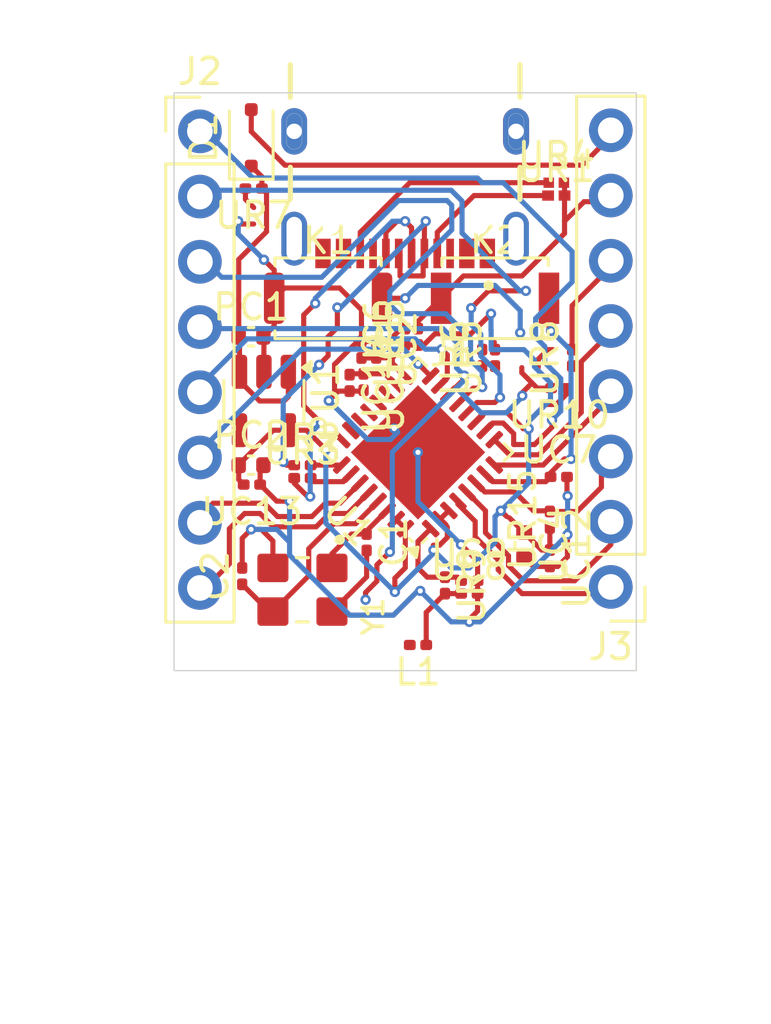
<source format=kicad_pcb>
(kicad_pcb (version 20240108) (generator "pcbnew") (generator_version "8.0")
  (layers (0 "F.Cu" signal) (31 "B.Cu" signal) (34 "B.Paste" user) (35 "F.Paste" user) (36 "B.SilkS" user "B.Silkscreen") (37 "F.SilkS" user "F.Silkscreen") (38 "B.Mask" user) (39 "F.Mask" user) (44 "Edge.Cuts" user))
  (net 0 "")
  (net 1 "GND")
  (net 2 "Net-(CD1-A)")
  (net 3 "Net-(CD2-A)")
  (net 4 "Net-(L1-Pad1)")
  (net 6 "+3.3V")
  (net 8 "GPIO5{slash}ADC2{slash}SDA")
  (net 9 "/SPIQ")
  (net 10 "/GPIO13")
  (net 11 "/SPID")
  (net 12 "Net-(U1-LNA_IN)")
  (net 13 "/GPIO12")
  (net 14 "/SPICSO")
  (net 15 "/SPCILK")
  (net 18 "XTAL_P")
  (net 19 "XTAL_N")
  (net 20 "GPIO8{slash}PWM")
  (net 21 "VBUS")
  (net 22 "VSYS")
  (net 23 "GPIO7")
  (net 24 "GPIO9{slash}BOOT")
  (net 25 "GPIO6")
  (net 26 "GPIO10")
  (net 27 "GPIO21")
  (net 28 "GPIO20")
  (net 29 "GPIO1{slash}U1RXD")
  (net 30 "GPIO0{slash}U1TXD")
  (net 31 "GPIO4{slash}ADC1{slash}SDA")
  (net 32 "GPIO2")
  (net 33 "GPIO3")
  (net 34 "Net-(J1-D--PadA7)")
  (net 35 "Net-(J1-D+-PadA6)")
  (net 36 "GPIO9")
  (net 37 "CHIP EN")
  (net 38 "VDD SPI{slash}GPIO11")
  (net 39 "USBD_P")
  (net 40 "USBD_N")
  (net 41 "CC1")
  (net 42 "CC2")
  (net 43 "GPIO5{slash}ADC2{slash}SCL")
  (footprint "Resistor_SMD:R_0201_0603Metric" (layer "F.Cu") (at 185.75 76.45 180)
    (property "Reference" "UR10")
    (property "Value" "R")
  )
  (footprint "Capacitor_SMD:C_0201_0603Metric" (layer "F.Cu") (at 178.25 82.45 -90)
    (property "Reference" "C1")
    (property "Value" "C")
  )
  (footprint "Capacitor_SMD:C_0201_0603Metric" (layer "F.Cu") (at 185.731728 79.906055)
    (property "Reference" "UC7")
    (property "Value" "C")
  )
  (footprint "Capacitor_SMD:C_0201_0603Metric" (layer "F.Cu") (at 173.7827 80.2052 180)
    (property "Reference" "UC13")
    (property "Value" "C")
  )
  (footprint "Resistor_SMD:R_0201_0603Metric" (layer "F.Cu") (at 182.75 75.27 90)
    (property "Reference" "UR6")
    (property "Value" "R")
  )
  (footprint "Inductor_SMD:L_0201_0603Metric" (layer "F.Cu") (at 180.25 86.45 180)
    (property "Reference" "L1")
    (property "Value" "L")
  )
  (footprint "Resistor_SMD:R_0201_0603Metric" (layer "F.Cu") (at 185.6362 68.95)
    (property "Reference" "UR1")
    (property "Value" "R")
  )
  (footprint "Button_Switch_SMD:SW_Push_SPST_NO_Alps_SKRK" (layer "F.Cu") (at 183.25 72.95)
    (property "Reference" "K2")
    (property "Value" "SW_Omron_B3FS")
  )
  (footprint "Capacitor_SMD:C_0201_0603Metric" (layer "F.Cu") (at 185.384397 83.072292 -90)
    (property "Reference" "UC12")
    (property "Value" "C")
  )
  (footprint "Capacitor_SMD:C_0201_0603Metric" (layer "F.Cu") (at 178.6214 74.95 -90)
    (property "Reference" "UC2")
    (property "Value" "C")
  )
  (footprint "Capacitor_SMD:C_0201_0603Metric" (layer "F.Cu") (at 179.75 74.45 90)
    (property "Reference" "UC6")
    (property "Value" "C")
  )
  (footprint "Connector_PinHeader_2.54mm:PinHeader_1x08_P2.54mm_Vertical" (layer "F.Cu") (at 171.7577 66.45)
    (property "Reference" "J2")
    (property "Value" "Conn_01x08_Pin")
  )
  (footprint "Resistor_SMD:R_0201_0603Metric" (layer "F.Cu") (at 175.75 79.45)
    (property "Reference" "UR2")
    (property "Value" "R")
  )
  (footprint "Button_Switch_SMD:SW_Push_SPST_NO_Alps_SKRK" (layer "F.Cu") (at 176.75 72.95)
    (property "Reference" "K1")
    (property "Value" "SW_Omron_B3FS")
  )
  (footprint "Capacitor_SMD:C_0201_0603Metric" (layer "F.Cu") (at 182.25 84.45)
    (property "Reference" "UC8")
    (property "Value" "C")
  )
  (footprint "Capacitor_SMD:C_0201_0603Metric" (layer "F.Cu") (at 178.130985 76.211412 -90)
    (property "Reference" "UC11")
    (property "Value" "C")
  )
  (footprint "Capacitor_SMD:C_0402_1005Metric" (layer "F.Cu") (at 184.384397 82.552292 -90)
    (property "Reference" "UC4")
    (property "Value" "C")
  )
  (footprint "NX3225SA-40M-EXS00A-CS03880:OSCCC320X250X60" (layer "F.Cu") (at 175.75 84.3 -90)
    (property "Reference" "Y1")
    (property "Value" "NX3225SA-40M-EXS00A-CS03880")
  )
  (footprint "Diode_SMD:D_SOD-323F" (layer "F.Cu") (at 173.7577 66.7034 90)
    (property "Reference" "D1")
    (property "Value" "NRVA4004T3G")
  )
  (footprint "Resistor_SMD:R_0201_0603Metric" (layer "F.Cu") (at 173.8516 68.6756 180)
    (property "Reference" "UR7")
    (property "Value" "R")
  )
  (footprint "Resistor_SMD:R_0201_0603Metric" (layer "F.Cu") (at 181.3013 84.13 -90)
    (property "Reference" "UR9")
    (property "Value" "R")
  )
  (footprint "Capacitor_SMD:C_0201_0603Metric" (layer "F.Cu") (at 177.587462 76.245382 -90)
    (property "Reference" "UC10")
    (property "Value" "C")
  )
  (footprint "Package_TO_SOT_SMD:SOT-23-5" (layer "F.Cu") (at 174.25 76.95 -90)
    (property "Reference" "PU1")
    (property "Value" "ME6211C33M5")
  )
  (footprint "Resistor_SMD:R_0201_0603Metric" (layer "F.Cu") (at 186.25 75.27 90)
    (property "Reference" "UR8")
    (property "Value" "R")
  )
  (footprint "Capacitor_SMD:C_0201_0603Metric" (layer "F.Cu") (at 182.25 83.95)
    (property "Reference" "UC9")
    (property "Value" "C")
  )
  (footprint "Connector_PinHeader_2.54mm:PinHeader_1x08_P2.54mm_Vertical" (layer "F.Cu") (at 187.7577 84.19 180)
    (property "Reference" "J3")
    (property "Value" "Conn_01x08_Pin")
  )
  (footprint "Capacitor_SMD:C_0201_0603Metric" (layer "F.Cu") (at 178.049 74.9545 -90)
    (property "Reference" "UC1")
    (property "Value" "C")
  )
  (footprint "USB4105GFA:GCT_USB4105GFA" (layer "F.Cu") (at 179.75 66.45 180)
    (property "Reference" "J1")
    (property "Value" "USB_C_Receptacle_USB2.0_16P")
    (fp_line (start 4.62 -0.4) (end 4.62 0.4) (stroke (width 0.01)) (layer "Edge.Cuts"))
    (fp_line (start 4.02 0.4) (end 4.02 -0.4) (stroke (width 0.01)) (layer "Edge.Cuts"))
    (fp_line (start -4.02 -0.4) (end -4.02 0.4) (stroke (width 0.01)) (layer "Edge.Cuts"))
    (fp_line (start -4.62 0.4) (end -4.62 -0.4) (stroke (width 0.01)) (layer "Edge.Cuts"))
    (fp_arc (start 4.62 0.4) (mid 4.532132 0.612132) (end 4.32 0.7) (stroke (width 0.01)) (layer "Edge.Cuts"))
    (fp_arc (start 4.32 0.7) (mid 4.107868 0.612132) (end 4.02 0.4) (stroke (width 0.01)) (layer "Edge.Cuts"))
    (fp_arc (start 4.32 -0.7) (mid 4.532132 -0.612132) (end 4.62 -0.4) (stroke (width 0.01)) (layer "Edge.Cuts"))
    (fp_arc (start 4.02 -0.4) (mid 4.107868 -0.612132) (end 4.32 -0.7) (stroke (width 0.01)) (layer "Edge.Cuts"))
    (fp_arc (start -4.02 0.4) (mid -4.107868 0.612132) (end -4.32 0.7) (stroke (width 0.01)) (layer "Edge.Cuts"))
    (fp_arc (start -4.32 0.7) (mid -4.532132 0.612132) (end -4.62 0.4) (stroke (width 0.01)) (layer "Edge.Cuts"))
    (fp_arc (start -4.32 -0.7) (mid -4.107868 -0.612132) (end -4.02 -0.4) (stroke (width 0.01)) (layer "Edge.Cuts"))
    (fp_arc (start -4.62 -0.4) (mid -4.532132 -0.612132) (end -4.32 -0.7) (stroke (width 0.01)) (layer "Edge.Cuts"))
  )
  (footprint "Resistor_SMD:R_0201_0603Metric" (layer "F.Cu") (at 175.75 79.95)
    (property "Reference" "UR3")
    (property "Value" "R")
  )
  (footprint "Capacitor_SMD:C_0201_0603Metric" (layer "F.Cu") (at 173.4044 83.77 90)
    (property "Reference" "C2")
    (property "Value" "C")
  )
  (footprint "Capacitor_SMD:C_0402_1005Metric" (layer "F.Cu") (at 173.75 79.45)
    (property "Reference" "PC2")
    (property "Value" "C")
  )
  (footprint "Resistor_SMD:R_0201_0603Metric" (layer "F.Cu") (at 185.384397 81.572292 90)
    (property "Reference" "UR15")
    (property "Value" "R")
  )
  (footprint "Package_DFN_QFN:QFN-32-1EP_5x5mm_P0.5mm_EP3.7x3.7mm" (layer "F.Cu") (at 180.25 78.95 135)
    (property "Reference" "U1")
    (property "Value" "ESP32-C3")
  )
  (footprint "Resistor_SMD:R_0201_0603Metric" (layer "F.Cu") (at 183.25 75.27 90)
    (property "Reference" "UR5")
    (property "Value" "R")
  )
  (footprint "Resistor_SMD:R_0201_0603Metric" (layer "F.Cu") (at 185.6362 68.45)
    (property "Reference" "UR4")
    (property "Value" "R")
  )
  (footprint "Capacitor_SMD:C_0201_0603Metric" (layer "F.Cu") (at 180.25 74.45 90)
    (property "Reference" "UC5")
    (property "Value" "C")
  )
  (footprint "Capacitor_SMD:C_0402_1005Metric" (layer "F.Cu") (at 173.75 74.45)
    (property "Reference" "PC1")
    (property "Value" "C")
  )
  (gr_rect (start 170.75 64.95) (end 188.75 87.45) (stroke (width 0.05)) (fill none) (layer "Edge.Cuts"))
  (segment (start 178.097015 76.565382) (end 178.130985 76.531412) (width 0.2) (layer "F.Cu") (net 1))
  (segment (start 181.923647 82.540476) (end 182.57 83.186829) (width 0.2) (layer "F.Cu") (net 1))
  (segment (start 174.1027 79.5773) (end 174.23 79.45) (width 0.2) (layer "F.Cu") (net 1))
  (segment (start 182.57 83.186829) (end 182.57 83.95) (width 0.2) (layer "F.Cu") (net 1))
  (segment (start 177 76.71331) (end 177 75.525044) (width 0.2) (layer "F.Cu") (net 1))
  (segment (start 179.091544 74.63) (end 179.591544 74.13) (width 0.2) (layer "F.Cu") (net 1))
  (segment (start 174.6 83.45) (end 174.6 82.399557) (width 0.2) (layer "F.Cu") (net 1))
  (segment (start 180.25 73.85) (end 181.15 72.95) (width 0.2) (layer "F.Cu") (net 1))
  (segment (start 177.198529 72.55) (end 178.049 73.400471) (width 0.2) (layer "F.Cu") (net 1))
  (segment (start 186.7162 69.19) (end 185.9562 69.95) (width 0.2) (layer "F.Cu") (net 1))
  (segment (start 174.7475 80.85) (end 174.1027 80.2052) (width 0.2) (layer "F.Cu") (net 1))
  (segment (start 176.9 85.15) (end 178.25 83.8) (width 0.2) (layer "F.Cu") (net 1))
  (segment (start 180.238049 84.344793) (end 180.337976 84.344793) (width 0.2) (layer "F.Cu") (net 1))
  (segment (start 174.65 74.03) (end 174.23 74.45) (width 0.2) (layer "F.Cu") (net 1))
  (segment (start 185.9562 69.95) (end 185.9562 68.95) (width 0.2) (layer "F.Cu") (net 1))
  (segment (start 174.65 72.95) (end 174.65 74.03) (width 0.2) (layer "F.Cu") (net 1))
  (segment (start 178.6214 74.63) (end 179.091544 74.63) (width 0.2) (layer "F.Cu") (net 1))
  (segment (start 181.15 72.95) (end 182.02 72.08) (width 0.2) (layer "F.Cu") (net 1))
  (segment (start 174.23 79.45) (end 174.35 79.33) (width 0.2) (layer "F.Cu") (net 1))
  (segment (start 177.45 85.15) (end 177.589989 85.289989) (width 0.2) (layer "F.Cu") (net 1))
  (segment (start 178.25 83.8) (end 178.25 82.77) (width 0.2) (layer "F.Cu") (net 1))
  (segment (start 185.384397 83.392292) (end 185.692292 83.392292) (width 0.2) (layer "F.Cu") (net 1))
  (segment (start 178.0535 74.63) (end 178.049 74.6345) (width 0.2) (layer "F.Cu") (net 1))
  (segment (start 186.06989 83.014694) (end 186.06989 82.154319) (width 0.2) (layer "F.Cu") (net 1))
  (segment (start 177.147928 76.565382) (end 176.775382 76.937928) (width 0.2) (layer "F.Cu") (net 1))
  (segment (start 174.150443 81.95) (end 173.75 81.95) (width 0.2) (layer "F.Cu") (net 1))
  (segment (start 182.57 85.13) (end 182.25 85.45) (width 0.2) (layer "F.Cu") (net 1))
  (segment (start 177 75.525044) (end 177.890544 74.6345) (width 0.2) (layer "F.Cu") (net 1))
  (segment (start 174.65 72.95) (end 174.65 71.85) (width 0.2) (layer "F.Cu") (net 1))
  (segment (start 180.25 74.13) (end 180.25 73.85) (width 0.2) (layer "F.Cu") (net 1))
  (segment (start 184.301371 72.08) (end 185.9562 70.425171) (width 0.2) (layer "F.Cu") (net 1))
  (segment (start 173.3579 70.0579) (end 173.8516 70.0579) (width 0.2) (layer "F.Cu") (net 1))
  (segment (start 176.775382 76.937928) (end 177 76.71331) (width 0.2) (layer "F.Cu") (net 1))
  (segment (start 174.25 74.47) (end 174.23 74.45) (width 0.2) (layer "F.Cu") (net 1))
  (segment (start 179.292853 85.289989) (end 180.238049 84.344793) (width 0.2) (layer "F.Cu") (net 1))
  (segment (start 182.25 85.45) (end 182.25 85.55) (width 0.2) (layer "F.Cu") (net 1))
  (segment (start 184.744397 83.392292) (end 185.384397 83.392292) (width 0.2) (layer "F.Cu") (net 1))
  (segment (start 177.589989 85.289989) (end 179.292853 85.289989) (width 0.2) (layer "F.Cu") (net 1))
  (segment (start 175.05 72.55) (end 177.198529 72.55) (width 0.2) (layer "F.Cu") (net 1))
  (segment (start 182.02 72.08) (end 184.301371 72.08) (width 0.2) (layer "F.Cu") (net 1))
  (segment (start 178.6214 74.63) (end 178.0535 74.63) (width 0.2) (layer "F.Cu") (net 1))
  (segment (start 174.65 71.85) (end 174.25 71.45) (width 0.2) (layer "F.Cu") (net 1))
  (segment (start 186.051728 80.628285) (end 186.075735 80.652292) (width 0.2) (layer "F.Cu") (net 1))
  (segment (start 174.6 82.399557) (end 174.150443 81.95) (width 0.2) (layer "F.Cu") (net 1))
  (segment (start 185.692292 83.392292) (end 186.06989 83.014694) (width 0.2) (layer "F.Cu") (net 1))
  (segment (start 177.587462 76.565382) (end 178.097015 76.565382) (width 0.2) (layer "F.Cu") (net 1))
  (segment (start 185.9562 70.425171) (end 185.9562 69.95) (width 0.2) (layer "F.Cu") (net 1))
  (segment (start 178.049 74.6345) (end 178.6169 74.6345) (width 0.2) (layer "F.Cu") (net 1))
  (segment (start 173.25 69.95) (end 173.3579 70.0579) (width 0.2) (layer "F.Cu") (net 1))
  (segment (start 182.57 83.95) (end 182.57 84.45) (width 0.2) (layer "F.Cu") (net 1))
  (segment (start 175.25 80.85) (end 174.7475 80.85) (width 0.2) (layer "F.Cu") (net 1))
  (segment (start 173.75 81.95) (end 173.4044 82.2956) (width 0.2) (layer "F.Cu") (net 1))
  (segment (start 182.57 84.45) (end 182.57 85.13) (width 0.2) (layer "F.Cu") (net 1))
  (segment (start 174.23 79.45) (end 174.221906 79.45) (width 0.2) (layer "F.Cu") (net 1))
  (segment (start 178.049 73.400471) (end 178.049 74.6345) (width 0.2) (layer "F.Cu") (net 1))
  (segment (start 173.4044 82.2956) (end 173.4044 83.45) (width 0.2) (layer "F.Cu") (net 1))
  (segment (start 174.221906 79.45) (end 174.220337 79.451569) (width 0.2) (layer "F.Cu") (net 1))
  (segment (start 178.6169 74.6345) (end 178.6214 74.63) (width 0.2) (layer "F.Cu") (net 1))
  (segment (start 174.1027 80.2052) (end 174.1027 79.5773) (width 0.2) (layer "F.Cu") (net 1))
  (segment (start 174.25 75.8125) (end 174.25 74.47) (width 0.2) (layer "F.Cu") (net 1))
  (segment (start 177.890544 74.6345) (end 178.049 74.6345) (width 0.2) (layer "F.Cu") (net 1))
  (segment (start 179.591544 74.13) (end 179.75 74.13) (width 0.2) (layer "F.Cu") (net 1))
  (segment (start 186.051728 79.906055) (end 186.051728 80.628285) (width 0.2) (layer "F.Cu") (net 1))
  (segment (start 177.587462 76.565382) (end 177.147928 76.565382) (width 0.2) (layer "F.Cu") (net 1))
  (segment (start 179.75 74.13) (end 180.25 74.13) (width 0.2) (layer "F.Cu") (net 1))
  (segment (start 174.65 72.95) (end 175.05 72.55) (width 0.2) (layer "F.Cu") (net 1))
  (segment (start 187.7577 69.19) (end 186.7162 69.19) (width 0.2) (layer "F.Cu") (net 1))
  (segment (start 185.9562 68.95) (end 185.9562 68.45) (width 0.2) (layer "F.Cu") (net 1))
  (segment (start 184.384397 83.032292) (end 184.744397 83.392292) (width 0.2) (layer "F.Cu") (net 1))
  (via (at 179.322418 78.022418) (size 0.4) (drill 0.2) (layers "F.Cu" "B.Cu") (net 1))
  (via (at 186.075735 80.652292) (size 0.4) (drill 0.2) (layers "F.Cu" "B.Cu") (net 1))
  (via (at 175.25 80.85) (size 0.4) (drill 0.2) (layers "F.Cu" "B.Cu") (net 1))
  (via (at 181.923647 82.540476) (size 0.4) (drill 0.2) (layers "F.Cu" "B.Cu") (net 1))
  (via (at 176.775382 76.937928) (size 0.4) (drill 0.2) (layers "F.Cu" "B.Cu") (net 1))
  (via (at 182.25 85.55) (size 0.4) (drill 0.2) (layers "F.Cu" "B.Cu") (net 1))
  (via (at 186.06989 82.154319) (size 0.4) (drill 0.2) (layers "F.Cu" "B.Cu") (net 1))
  (via (at 180.25 78.95) (size 0.4) (drill 0.2) (layers "F.Cu" "B.Cu") (net 1))
  (via (at 173.25 69.95) (size 0.4) (drill 0.2) (layers "F.Cu" "B.Cu") (net 1))
  (via (at 173.75 81.95) (size 0.4) (drill 0.2) (layers "F.Cu" "B.Cu") (net 1))
  (via (at 174.25 71.45) (size 0.4) (drill 0.2) (layers "F.Cu" "B.Cu") (net 1))
  (via (at 180.337976 84.344793) (size 0.4) (drill 0.2) (layers "F.Cu" "B.Cu") (net 1))
  (segment (start 181.543183 85.55) (end 182.25 85.55) (width 0.2) (layer "B.Cu") (net 1))
  (segment (start 182.674209 85.55) (end 186.06989 82.154319) (width 0.2) (layer "B.Cu") (net 1))
  (segment (start 173.75 81.95) (end 174.75 81.95) (width 0.2) (layer "B.Cu") (net 1))
  (segment (start 186.075735 82.148474) (end 186.06989 82.154319) (width 0.2) (layer "B.Cu") (net 1))
  (segment (start 179.46384 78.16384) (end 179.322418 78.022418) (width 0.2) (layer "B.Cu") (net 1))
  (segment (start 179.292853 85.289989) (end 177.589989 85.289989) (width 0.2) (layer "B.Cu") (net 1))
  (segment (start 176.775382 76.937928) (end 178.287454 78.45) (width 0.2) (layer "B.Cu") (net 1))
  (segment (start 173.25 70.45) (end 174.25 71.45) (width 0.2) (layer "B.Cu") (net 1))
  (segment (start 177.589989 85.289989) (end 175.25 82.95) (width 0.2) (layer "B.Cu") (net 1))
  (segment (start 182.25 85.55) (end 182.674209 85.55) (width 0.2) (layer "B.Cu") (net 1))
  (segment (start 179.17768 78.45) (end 179.46384 78.16384) (width 0.2) (layer "B.Cu") (net 1))
  (segment (start 175.25 81.95) (end 175.25 80.85) (width 0.2) (layer "B.Cu") (net 1))
  (segment (start 180.25 80.866829) (end 181.923647 82.540476) (width 0.2) (layer "B.Cu") (net 1))
  (segment (start 178.287454 78.45) (end 179.17768 78.45) (width 0.2) (layer "B.Cu") (net 1))
  (segment (start 180.337976 84.344793) (end 180.238049 84.344793) (width 0.2) (layer "B.Cu") (net 1))
  (segment (start 186.075735 80.652292) (end 186.075735 82.148474) (width 0.2) (layer "B.Cu") (net 1))
  (segment (start 174.75 81.95) (end 175.25 82.45) (width 0.2) (layer "B.Cu") (net 1))
  (segment (start 180.337976 84.344793) (end 181.543183 85.55) (width 0.2) (layer "B.Cu") (net 1))
  (segment (start 173.25 69.95) (end 173.25 70.45) (width 0.2) (layer "B.Cu") (net 1))
  (segment (start 180.238049 84.344793) (end 179.292853 85.289989) (width 0.2) (layer "B.Cu") (net 1))
  (segment (start 175.25 82.95) (end 175.25 81.95) (width 0.2) (layer "B.Cu") (net 1))
  (segment (start 180.25 78.95) (end 180.25 80.866829) (width 0.2) (layer "B.Cu") (net 1))
  (segment (start 173.8516 69.4179) (end 173.5316 69.0979) (width 0.2) (layer "F.Cu") (net 2))
  (segment (start 173.5316 69.0979) (end 173.5316 68.6756) (width 0.2) (layer "F.Cu") (net 2))
  (segment (start 184.933 75.451101) (end 184.934101 75.45) (width 0.2) (layer "F.Cu") (net 3))
  (segment (start 184.934101 75.3205) (end 185.304601 74.95) (width 0.2) (layer "F.Cu") (net 3))
  (segment (start 185.304601 74.95) (end 185.5046 74.95) (width 0.2) (layer "F.Cu") (net 3))
  (segment (start 184.933 75.6511) (end 184.933 75.451101) (width 0.2) (layer "F.Cu") (net 3))
  (segment (start 184.934101 75.45) (end 184.934101 75.3205) (width 0.2) (layer "F.Cu") (net 3))
  (segment (start 180.57 85.1813) (end 181.3013 84.45) (width 0.2) (layer "F.Cu") (net 4))
  (segment (start 180.57 86.45) (end 180.57 85.1813) (width 0.2) (layer "F.Cu") (net 4))
  (segment (start 181.3013 84.45) (end 181.93 84.45) (width 0.2) (layer "F.Cu") (net 4))
  (segment (start 183.092784 73.55) (end 182.31045 74.332334) (width 0.2) (layer "F.Cu") (net 6))
  (segment (start 181.391542 82.263231) (end 181.391542 81.859308) (width 0.2) (layer "F.Cu") (net 6))
  (segment (start 185.219889 77.085066) (end 185.634933 77.085066) (width 0.2) (layer "F.Cu") (net 6))
  (segment (start 179.25 75.475127) (end 179.25 75.27) (width 0.2) (layer "F.Cu") (net 6))
  (segment (start 178.6169 75.2745) (end 178.6214 75.27) (width 0.2) (layer "F.Cu") (net 6))
  (segment (start 178.6214 75.27) (end 179.25 75.27) (width 0.2) (layer "F.Cu") (net 6))
  (segment (start 173.4627 80.2052) (end 173.27 80.0125) (width 0.2) (layer "F.Cu") (net 6))
  (segment (start 176.661022 78.844975) (end 175.903547 78.0875) (width 0.2) (layer "F.Cu") (net 6))
  (segment (start 183.728917 77.408458) (end 182.852202 77.408458) (width 0.2) (layer "F.Cu") (net 6))
  (segment (start 184.559154 77.745801) (end 185.219889 77.085066) (width 0.2) (layer "F.Cu") (net 6))
  (segment (start 179.75 74.77) (end 180.25 74.77) (width 0.2) (layer "F.Cu") (net 6))
  (segment (start 179.35 83.85) (end 179.755025 83.444975) (width 0.2) (layer "F.Cu") (net 6))
  (segment (start 184.559154 78.028645) (end 184.349104 78.028645) (width 0.2) (layer "F.Cu") (net 6))
  (segment (start 186.25 75.003056) (end 186.25 73.2377) (width 0.2) (layer "F.Cu") (net 6))
  (segment (start 181.232412 81.432412) (end 181.452082 81.212742) (width 0.2) (layer "F.Cu") (net 6))
  (segment (start 182.512742 77.747918) (end 182.81066 77.45) (width 0.2) (layer "F.Cu") (net 6))
  (segment (start 185.634933 77.085066) (end 186.07 76.649999) (width 0.2) (layer "F.Cu") (net 6))
  (segment (start 184.559154 78.028645) (end 184.559154 77.745801) (width 0.2) (layer "F.Cu") (net 6))
  (segment (start 179.755025 81.919848) (end 179.401472 81.566295) (width 0.2) (layer "F.Cu") (net 6))
  (segment (start 182.852202 77.408458) (end 182.512742 77.747918) (width 0.2) (layer "F.Cu") (net 6))
  (segment (start 186.25 73.2377) (end 187.7577 71.73) (width 0.2) (layer "F.Cu") (net 6))
  (segment (start 182.31045 74.332334) (end 180.912275 74.332334) (width 0.2) (layer "F.Cu") (net 6))
  (segment (start 181.098529 81.566295) (end 181.232412 81.432412) (width 0.2) (layer "F.Cu") (net 6))
  (segment (start 178.049 75.2745) (end 178.6169 75.2745) (width 0.2) (layer "F.Cu") (net 6))
  (segment (start 175.903547 78.0875) (end 175.2 78.0875) (width 0.2) (layer "F.Cu") (net 6))
  (segment (start 186.07 76.649999) (end 186.07 76.45) (width 0.2) (layer "F.Cu") (net 6))
  (segment (start 180.912275 74.332334) (end 180.474609 74.77) (width 0.2) (layer "F.Cu") (net 6))
  (segment (start 179.755025 75.980152) (end 179.25 75.475127) (width 0.2) (layer "F.Cu") (net 6))
  (segment (start 183.092784 73.55) (end 182.75 73.892784) (width 0.2) (layer "F.Cu") (net 6))
  (segment (start 179.755025 83.444975) (end 179.755025 81.919848) (width 0.2) (layer "F.Cu") (net 6))
  (segment (start 179.25 75.27) (end 179.75 74.77) (width 0.2) (layer "F.Cu") (net 6))
  (segment (start 181.088358 82.566415) (end 181.391542 82.263231) (width 0.2) (layer "F.Cu") (net 6))
  (segment (start 179.35 84.384313) (end 179.35 83.85) (width 0.2) (layer "F.Cu") (net 6))
  (segment (start 180.474609 74.77) (end 180.25 74.77) (width 0.2) (layer "F.Cu") (net 6))
  (segment (start 184.349104 78.028645) (end 183.728917 77.408458) (width 0.2) (layer "F.Cu") (net 6))
  (segment (start 180.849999 82.758353) (end 180.849999 82.566415) (width 0.2) (layer "F.Cu") (net 6))
  (segment (start 173.27 79.45) (end 173.27 79.43) (width 0.2) (layer "F.Cu") (net 6))
  (segment (start 180.849999 82.566415) (end 181.088358 82.566415) (width 0.2) (layer "F.Cu") (net 6))
  (segment (start 185.384397 82.752292) (end 185.384397 81.892292) (width 0.2) (layer "F.Cu") (net 6))
  (segment (start 174.6125 78.0875) (end 175.2 78.0875) (width 0.2) (layer "F.Cu") (net 6))
  (segment (start 183.812098 81.499993) (end 184.384397 82.072292) (width 0.2) (layer "F.Cu") (net 6))
  (segment (start 181.391542 81.859308) (end 181.098529 81.566295) (width 0.2) (layer "F.Cu") (net 6))
  (segment (start 185.384397 82.752292) (end 185.064397 82.752292) (width 0.2) (layer "F.Cu") (net 6))
  (segment (start 173.27 80.0125) (end 173.27 79.45) (width 0.2) (layer "F.Cu") (net 6))
  (segment (start 173.27 79.43) (end 174.6125 78.0875) (width 0.2) (layer "F.Cu") (net 6))
  (segment (start 183.704598 81.45) (end 183.477299 81.222701) (width 0.2) (layer "F.Cu") (net 6))
  (segment (start 181.098528 81.566295) (end 181.098529 81.566295) (width 0.2) (layer "F.Cu") (net 6))
  (segment (start 185.064397 82.752292) (end 184.384397 82.072292) (width 0.2) (layer "F.Cu") (net 6))
  (via (at 184.559154 78.028645) (size 0.4) (drill 0.2) (layers "F.Cu" "B.Cu") (net 6))
  (via (at 183.092784 73.55) (size 0.4) (drill 0.2) (layers "F.Cu" "B.Cu") (net 6))
  (via (at 176.661022 78.844975) (size 0.4) (drill 0.2) (layers "F.Cu" "B.Cu") (net 6))
  (via (at 180.849999 82.758353) (size 0.4) (drill 0.2) (layers "F.Cu" "B.Cu") (net 6))
  (via (at 179.35 84.384313) (size 0.4) (drill 0.2) (layers "F.Cu" "B.Cu") (net 6))
  (via (at 183.477299 81.222701) (size 0.4) (drill 0.2) (layers "F.Cu" "B.Cu") (net 6))
  (segment (start 178.478984 83.527513) (end 176.661022 81.709551) (width 0.2) (layer "B.Cu") (net 6))
  (segment (start 184.559154 80.140846) (end 183.25 81.45) (width 0.2) (layer "B.Cu") (net 6))
  (segment (start 184.378216 74.95) (end 183.097859 74.95) (width 0.2) (layer "B.Cu") (net 6))
  (segment (start 184.784314 75.615686) (end 184.784314 75.356098) (width 0.2) (layer "B.Cu") (net 6))
  (segment (start 179.35 84.384313) (end 178.4932 83.527513) (width 0.2) (layer "B.Cu") (net 6))
  (segment (start 183.097859 74.190536) (end 183.092784 74.185461) (width 0.2) (layer "B.Cu") (net 6))
  (segment (start 185.40984 76.895115) (end 185.40984 76.241212) (width 0.2) (layer "B.Cu") (net 6))
  (segment (start 180.849999 82.758353) (end 181.541646 83.45) (width 0.2) (layer "B.Cu") (net 6))
  (segment (start 183.097859 74.95) (end 183.097859 74.190536) (width 0.2) (layer "B.Cu") (net 6))
  (segment (start 183.25 81.45) (end 183.477299 81.222701) (width 0.2) (layer "B.Cu") (net 6))
  (segment (start 176.661022 81.709551) (end 176.661022 78.844975) (width 0.2) (layer "B.Cu") (net 6))
  (segment (start 180.849999 82.884314) (end 179.35 84.384313) (width 0.2) (layer "B.Cu") (net 6))
  (segment (start 184.559154 77.745801) (end 185.40984 76.895115) (width 0.2) (layer "B.Cu") (net 6))
  (segment (start 178.4932 83.527513) (end 178.478984 83.527513) (width 0.2) (layer "B.Cu") (net 6))
  (segment (start 184.559154 78.028645) (end 184.559154 80.140846) (width 0.2) (layer "B.Cu") (net 6))
  (segment (start 183.25 82.45) (end 183.25 81.45) (width 0.2) (layer "B.Cu") (net 6))
  (segment (start 184.784314 75.356098) (end 184.378216 74.95) (width 0.2) (layer "B.Cu") (net 6))
  (segment (start 181.541646 83.45) (end 182.25 83.45) (width 0.2) (layer "B.Cu") (net 6))
  (segment (start 183.477299 81.177299) (end 183.477299 81.222701) (width 0.2) (layer "B.Cu") (net 6))
  (segment (start 183.092784 74.185461) (end 183.092784 73.55) (width 0.2) (layer "B.Cu") (net 6))
  (segment (start 184.559154 78.028645) (end 184.559154 77.745801) (width 0.2) (layer "B.Cu") (net 6))
  (segment (start 180.849999 82.758353) (end 180.849999 82.884314) (width 0.2) (layer "B.Cu") (net 6))
  (segment (start 185.40984 76.241212) (end 184.784314 75.615686) (width 0.2) (layer "B.Cu") (net 6))
  (segment (start 182.25 83.45) (end 183.25 82.45) (width 0.2) (layer "B.Cu") (net 6))
  (segment (start 181.79 83.81) (end 181.93 83.95) (width 0.2) (layer "F.Cu") (net 12))
  (segment (start 181.3013 83.81) (end 181.79 83.81) (width 0.2) (layer "F.Cu") (net 12))
  (segment (start 180.61 83.81) (end 181.3013 83.81) (width 0.2) (layer "F.Cu") (net 12))
  (segment (start 180.744975 81.919848) (end 180.25 82.414823) (width 0.2) (layer "F.Cu") (net 12))
  (segment (start 180.25 82.414823) (end 180.25 83.45) (width 0.2) (layer "F.Cu") (net 12))
  (segment (start 180.25 83.45) (end 180.61 83.81) (width 0.2) (layer "F.Cu") (net 12))
  (segment (start 178.25 82.13) (end 178.25 82.01066) (width 0.2) (layer "F.Cu") (net 18))
  (segment (start 178.25 82.01066) (end 179.047918 81.212742) (width 0.2) (layer "F.Cu") (net 18))
  (segment (start 176.9 83.45) (end 176.9 82.895) (width 0.2) (layer "F.Cu") (net 18))
  (segment (start 177.665 82.13) (end 178.25 82.13) (width 0.2) (layer "F.Cu") (net 18))
  (segment (start 176.9 82.895) (end 177.665 82.13) (width 0.2) (layer "F.Cu") (net 18))
  (segment (start 174.6 85.15) (end 175.995 83.755) (width 0.2) (layer "F.Cu") (net 19))
  (segment (start 175.995 82.705) (end 176.97 81.73) (width 0.2) (layer "F.Cu") (net 19))
  (segment (start 176.97 81.73) (end 177.823553 81.73) (width 0.2) (layer "F.Cu") (net 19))
  (segment (start 174.6 85.15) (end 174.4644 85.15) (width 0.2) (layer "F.Cu") (net 19))
  (segment (start 174.4644 85.15) (end 173.4044 84.09) (width 0.2) (layer "F.Cu") (net 19))
  (segment (start 175.995 83.755) (end 175.995 82.705) (width 0.2) (layer "F.Cu") (net 19))
  (segment (start 177.823553 81.73) (end 178.694365 80.859188) (width 0.2) (layer "F.Cu") (net 19))
  (segment (start 184.891901 76.45) (end 184.689107 76.247206) (width 0.2) (layer "F.Cu") (net 20))
  (segment (start 184.311132 76.743338) (end 184.311132 76.625181) (width 0.2) (layer "F.Cu") (net 20))
  (segment (start 185.43 76.45) (end 184.891901 76.45) (width 0.2) (layer "F.Cu") (net 20))
  (segment (start 178.208541 84.407145) (end 178.65 83.965686) (width 0.2) (layer "F.Cu") (net 20))
  (segment (start 178.65 83.965686) (end 178.65 83.332538) (width 0.2) (layer "F.Cu") (net 20))
  (segment (start 184.293 75.851099) (end 184.293 75.6511) (width 0.2) (layer "F.Cu") (net 20))
  (segment (start 178.208541 84.689989) (end 178.208541 84.407145) (width 0.2) (layer "F.Cu") (net 20))
  (segment (start 178.65 83.332538) (end 179.155025 82.827513) (width 0.2) (layer "F.Cu") (net 20))
  (segment (start 184.689107 76.247206) (end 184.293 75.851099) (width 0.2) (layer "F.Cu") (net 20))
  (segment (start 182.04933 76.09001) (end 181.452082 76.687258) (width 0.2) (layer "F.Cu") (net 20))
  (segment (start 182.04933 75.960602) (end 182.04933 76.09001) (width 0.2) (layer "F.Cu") (net 20))
  (segment (start 184.311132 76.625181) (end 184.689107 76.247206) (width 0.2) (layer "F.Cu") (net 20))
  (via (at 184.311132 76.743338) (size 0.4) (drill 0.2) (layers "F.Cu" "B.Cu") (net 20))
  (via (at 182.04933 75.960602) (size 0.4) (drill 0.2) (layers "F.Cu" "B.Cu") (net 20))
  (via (at 179.155025 82.827513) (size 0.4) (drill 0.2) (layers "F.Cu" "B.Cu") (net 20))
  (via (at 178.208541 84.689989) (size 0.4) (drill 0.2) (layers "F.Cu" "B.Cu") (net 20))
  (segment (start 171.7577 73.8234) (end 172.065901 74.131601) (width 0.2) (layer "B.Cu") (net 20))
  (segment (start 172.065901 74.131601) (end 181.219773 74.131601) (width 0.2) (layer "B.Cu") (net 20))
  (segment (start 184.311132 76.743338) (end 184.395769 76.743338) (width 0.2) (layer "B.Cu") (net 20))
  (segment (start 179.25 82.732538) (end 179.25 78.943366) (width 0.2) (layer "B.Cu") (net 20))
  (segment (start 179.155025 82.827513) (end 179.25 82.732538) (width 0.2) (layer "B.Cu") (net 20))
  (segment (start 183.691349 77.408458) (end 182.708458 77.408458) (width 0.2) (layer "B.Cu") (net 20))
  (segment (start 184.311132 76.743338) (end 184.311132 76.788675) (width 0.2) (layer "B.Cu") (net 20))
  (segment (start 182.04933 76.144036) (end 181.746683 76.446683) (width 0.2) (layer "B.Cu") (net 20))
  (segment (start 181.771977 74.683805) (end 181.771977 75.428023) (width 0.2) (layer "B.Cu") (net 20))
  (segment (start 181.75 75.45) (end 181.75 75.661272) (width 0.2) (layer "B.Cu") (net 20))
  (segment (start 181.219773 74.131601) (end 181.771977 74.683805) (width 0.2) (layer "B.Cu") (net 20))
  (segment (start 181.75 75.661272) (end 182.04933 75.960602) (width 0.2) (layer "B.Cu") (net 20))
  (segment (start 182.708458 77.408458) (end 181.746683 76.446683) (width 0.2) (layer "B.Cu") (net 20))
  (segment (start 184.311132 76.788675) (end 183.691349 77.408458) (width 0.2) (layer "B.Cu") (net 20))
  (segment (start 179.25 78.943366) (end 181.746683 76.446683) (width 0.2) (layer "B.Cu") (net 20))
  (segment (start 181.771977 75.428023) (end 181.75 75.45) (width 0.2) (layer "B.Cu") (net 20))
  (segment (start 182.04933 75.960602) (end 182.04933 76.144036) (width 0.2) (layer "B.Cu") (net 20))
  (segment (start 173.7577 65.6034) (end 173.7577 66.4577) (width 0.2) (layer "F.Cu") (net 21))
  (segment (start 175.066488 67.766488) (end 186.641212 67.766488) (width 0.2) (layer "F.Cu") (net 21))
  (segment (start 173.7577 66.4577) (end 175.066488 67.766488) (width 0.2) (layer "F.Cu") (net 21))
  (segment (start 186.641212 67.766488) (end 187.7577 66.65) (width 0.2) (layer "F.Cu") (net 21))
  (segment (start 175.2 76.784448) (end 175.2 75.8125) (width 0.2) (layer "F.Cu") (net 22))
  (segment (start 173.3 75.8125) (end 173.3 74.48) (width 0.2) (layer "F.Cu") (net 22))
  (segment (start 174.3516 68.8556) (end 174.1716 68.6756) (width 0.2) (layer "F.Cu") (net 22))
  (segment (start 173.3 75.8125) (end 173.3 76.165552) (width 0.2) (layer "F.Cu") (net 22))
  (segment (start 173.7577 67.8034) (end 174.1716 68.2173) (width 0.2) (layer "F.Cu") (net 22))
  (segment (start 173.27 74.45) (end 173.27 71.437956) (width 0.2) (layer "F.Cu") (net 22))
  (segment (start 173.3 76.165552) (end 174.084448 76.95) (width 0.2) (layer "F.Cu") (net 22))
  (segment (start 173.27 71.437956) (end 174.3516 70.356356) (width 0.2) (layer "F.Cu") (net 22))
  (segment (start 174.3516 70.356356) (end 174.3516 68.8556) (width 0.2) (layer "F.Cu") (net 22))
  (segment (start 175.034448 76.95) (end 175.2 76.784448) (width 0.2) (layer "F.Cu") (net 22))
  (segment (start 174.1716 68.2173) (end 174.1716 68.6756) (width 0.2) (layer "F.Cu") (net 22))
  (segment (start 174.084448 76.95) (end 175.034448 76.95) (width 0.2) (layer "F.Cu") (net 22))
  (segment (start 173.3 74.48) (end 173.27 74.45) (width 0.2) (layer "F.Cu") (net 22))
  (segment (start 182.396447 76.45) (end 181.805635 77.040812) (width 0.2) (layer "F.Cu") (net 23))
  (segment (start 182.75 76.45) (end 182.75 76.408458) (width 0.2) (layer "F.Cu") (net 23))
  (segment (start 182.75 76.45) (end 182.396447 76.45) (width 0.2) (layer "F.Cu") (net 23))
  (via (at 182.75 76.408458) (size 0.4) (drill 0.2) (layers "F.Cu" "B.Cu") (net 23))
  (segment (start 181.565 69.330686) (end 181.377714 69.1434) (width 0.2) (layer "B.Cu") (net 23))
  (segment (start 179.501471 73.55) (end 179.15 73.198529) (width 0.2) (layer "B.Cu") (net 23))
  (segment (start 176.500914 72.1334) (end 172.6077 72.1334) (width 0.2) (layer "B.Cu") (net 23))
  (segment (start 182.297859 74.521908) (end 181.325951 73.55) (width 0.2) (layer "B.Cu") (net 23))
  (segment (start 182.75 76.45) (end 182.75 75.812743) (width 0.2) (layer "B.Cu") (net 23))
  (segment (start 182.75 75.812743) (end 182.297859 75.360602) (width 0.2) (layer "B.Cu") (net 23))
  (segment (start 179.15 73.198529) (end 179.15 72.701471) (width 0.2) (layer "B.Cu") (net 23))
  (segment (start 181.325951 73.55) (end 179.501471 73.55) (width 0.2) (layer "B.Cu") (net 23))
  (segment (start 182.297859 75.360602) (end 182.297859 74.521908) (width 0.2) (layer "B.Cu") (net 23))
  (segment (start 179.490914 69.1434) (end 176.500914 72.1334) (width 0.2) (layer "B.Cu") (net 23))
  (segment (start 179.15 72.701471) (end 181.565 70.286471) (width 0.2) (layer "B.Cu") (net 23))
  (segment (start 172.6077 72.1334) (end 171.7577 71.2834) (width 0.2) (layer "B.Cu") (net 23))
  (segment (start 181.565 70.286471) (end 181.565 69.330686) (width 0.2) (layer "B.Cu") (net 23))
  (segment (start 181.377714 69.1434) (end 179.490914 69.1434) (width 0.2) (layer "B.Cu") (net 23))
  (segment (start 181.171977 74.932334) (end 181.391542 75.151899) (width 0.2) (layer "F.Cu") (net 24))
  (segment (start 181.391542 75.151899) (end 181.391542 76.040691) (width 0.2) (layer "F.Cu") (net 24))
  (segment (start 181.391542 76.040691) (end 181.098528 76.333705) (width 0.2) (layer "F.Cu") (net 24))
  (via (at 181.171977 74.932334) (size 0.4) (drill 0.2) (layers "F.Cu" "B.Cu") (net 24))
  (segment (start 173.589499 74.531601) (end 171.7577 76.3634) (width 0.2) (layer "B.Cu") (net 24))
  (segment (start 181.171977 74.932334) (end 180.538804 74.932334) (width 0.2) (layer "B.Cu") (net 24))
  (segment (start 180.538804 74.932334) (end 180.138071 74.531601) (width 0.2) (layer "B.Cu") (net 24))
  (segment (start 180.138071 74.531601) (end 173.589499 74.531601) (width 0.2) (layer "B.Cu") (net 24))
  (segment (start 182.545095 77.008458) (end 182.159188 77.394365) (width 0.2) (layer "F.Cu") (net 25))
  (segment (start 182.993113 72.6613) (end 184.45 72.6613) (width 0.2) (layer "F.Cu") (net 25))
  (segment (start 182.320486 73.333927) (end 182.993113 72.6613) (width 0.2) (layer "F.Cu") (net 25))
  (segment (start 183.24282 77.008458) (end 182.545095 77.008458) (width 0.2) (layer "F.Cu") (net 25))
  (segment (start 183.44282 76.808458) (end 183.24282 77.008458) (width 0.2) (layer "F.Cu") (net 25))
  (segment (start 182.320486 73.4) (end 182.320486 73.333927) (width 0.2) (layer "F.Cu") (net 25))
  (via (at 184.45 72.6613) (size 0.4) (drill 0.2) (layers "F.Cu" "B.Cu") (net 25))
  (via (at 183.44282 76.808458) (size 0.4) (drill 0.2) (layers "F.Cu" "B.Cu") (net 25))
  (via (at 182.320486 73.333927) (size 0.4) (drill 0.2) (layers "F.Cu" "B.Cu") (net 25))
  (segment (start 181.965 70.409594) (end 181.965 69.165) (width 0.2) (layer "B.Cu") (net 25))
  (segment (start 181.965 69.165) (end 181.5434 68.7434) (width 0.2) (layer "B.Cu") (net 25))
  (segment (start 184.216706 72.6613) (end 181.965 70.409594) (width 0.2) (layer "B.Cu") (net 25))
  (segment (start 184.45 72.6613) (end 184.216706 72.6613) (width 0.2) (layer "B.Cu") (net 25))
  (segment (start 182.697859 75.194916) (end 182.697859 74.356222) (width 0.2) (layer "B.Cu") (net 25))
  (segment (start 182.320486 73.978849) (end 182.320486 73.4) (width 0.2) (layer "B.Cu") (net 25))
  (segment (start 183.44282 75.939877) (end 182.697859 75.194916) (width 0.2) (layer "B.Cu") (net 25))
  (segment (start 182.697859 74.356222) (end 182.320486 73.978849) (width 0.2) (layer "B.Cu") (net 25))
  (segment (start 183.44282 76.808458) (end 183.44282 75.939877) (width 0.2) (layer "B.Cu") (net 25))
  (segment (start 181.5434 68.7434) (end 171.7577 68.7434) (width 0.2) (layer "B.Cu") (net 25))
  (segment (start 180.744975 75.980152) (end 180.738093 75.980152) (width 0.2) (layer "F.Cu") (net 26))
  (segment (start 180.738093 75.980152) (end 180.25794 75.499999) (width 0.2) (layer "F.Cu") (net 26))
  (via (at 180.25794 75.499999) (size 0.4) (drill 0.2) (layers "F.Cu" "B.Cu") (net 26))
  (segment (start 180.25794 75.499999) (end 179.689542 74.931601) (width 0.2) (layer "B.Cu") (net 26))
  (segment (start 175.729499 74.931601) (end 171.7577 78.9034) (width 0.2) (layer "B.Cu") (net 26))
  (segment (start 179.689542 74.931601) (end 175.729499 74.931601) (width 0.2) (layer "B.Cu") (net 26))
  (segment (start 172.2166 83.9834) (end 171.7577 83.9834) (width 0.2) (layer "F.Cu") (net 27))
  (segment (start 172.9044 81.923046) (end 172.9044 83.2956) (width 0.2) (layer "F.Cu") (net 27))
  (segment (start 174.616128 81.85) (end 174.096128 81.33) (width 0.2) (layer "F.Cu") (net 27))
  (segment (start 176.804315 81.33) (end 176.284315 81.85) (width 0.2) (layer "F.Cu") (net 27))
  (segment (start 174.096128 81.33) (end 173.497446 81.33) (width 0.2) (layer "F.Cu") (net 27))
  (segment (start 172.9044 83.2956) (end 172.2166 83.9834) (width 0.2) (layer "F.Cu") (net 27))
  (segment (start 176.284315 81.85) (end 174.616128 81.85) (width 0.2) (layer "F.Cu") (net 27))
  (segment (start 177.516447 81.33) (end 176.804315 81.33) (width 0.2) (layer "F.Cu") (net 27))
  (segment (start 173.497446 81.33) (end 172.9044 81.923046) (width 0.2) (layer "F.Cu") (net 27))
  (segment (start 178.340812 80.505635) (end 177.516447 81.33) (width 0.2) (layer "F.Cu") (net 27))
  (segment (start 174.261814 80.93) (end 172.2711 80.93) (width 0.2) (layer "F.Cu") (net 28))
  (segment (start 177.20934 80.93) (end 176.638629 80.93) (width 0.2) (layer "F.Cu") (net 28))
  (segment (start 177.987258 80.152082) (end 177.20934 80.93) (width 0.2) (layer "F.Cu") (net 28))
  (segment (start 174.781814 81.45) (end 174.261814 80.93) (width 0.2) (layer "F.Cu") (net 28))
  (segment (start 176.638629 80.93) (end 176.118629 81.45) (width 0.2) (layer "F.Cu") (net 28))
  (segment (start 176.118629 81.45) (end 174.781814 81.45) (width 0.2) (layer "F.Cu") (net 28))
  (segment (start 172.2711 80.93) (end 171.7577 81.4434) (width 0.2) (layer "F.Cu") (net 28))
  (segment (start 186.353311 83.95) (end 187.7577 82.545611) (width 0.2) (layer "F.Cu") (net 29))
  (segment (start 183.774397 82.974397) (end 183.774397 83.358426) (width 0.2) (layer "F.Cu") (net 29))
  (segment (start 184.365971 83.95) (end 186.353311 83.95) (width 0.2) (layer "F.Cu") (net 29))
  (segment (start 187.7577 82.545611) (end 187.7577 81.41) (width 0.2) (layer "F.Cu") (net 29))
  (segment (start 182.877299 82.077299) (end 183.774397 82.974397) (width 0.2) (layer "F.Cu") (net 29))
  (segment (start 183.774397 83.358426) (end 184.365971 83.95) (width 0.2) (layer "F.Cu") (net 29))
  (segment (start 182.159188 80.505635) (end 182.877299 81.223746) (width 0.2) (layer "F.Cu") (net 29))
  (segment (start 182.877299 81.223746) (end 182.877299 82.077299) (width 0.2) (layer "F.Cu") (net 29))
  (segment (start 181.805635 80.859188) (end 181.805635 80.965253) (width 0.2) (layer "F.Cu") (net 30))
  (segment (start 183.374397 83.140083) (end 183.374397 83.524112) (width 0.2) (layer "F.Cu") (net 30))
  (segment (start 184.300285 84.45) (end 187.2577 84.45) (width 0.2) (layer "F.Cu") (net 30))
  (segment (start 182.477299 82.242985) (end 183.374397 83.140083) (width 0.2) (layer "F.Cu") (net 30))
  (segment (start 181.805635 80.965253) (end 182.477299 81.636917) (width 0.2) (layer "F.Cu") (net 30))
  (segment (start 183.374397 83.524112) (end 184.300285 84.45) (width 0.2) (layer "F.Cu") (net 30))
  (segment (start 187.2577 84.45) (end 187.7577 83.95) (width 0.2) (layer "F.Cu") (net 30))
  (segment (start 182.477299 81.636917) (end 182.477299 82.242985) (width 0.2) (layer "F.Cu") (net 30))
  (segment (start 183.219848 78.455025) (end 183.809798 79.044975) (width 0.2) (layer "F.Cu") (net 31))
  (segment (start 186.6077 77.394314) (end 186.6077 75.42) (width 0.2) (layer "F.Cu") (net 31))
  (segment (start 186.6077 75.42) (end 187.7577 74.27) (width 0.2) (layer "F.Cu") (net 31))
  (segment (start 184.957039 79.044975) (end 186.6077 77.394314) (width 0.2) (layer "F.Cu") (net 31))
  (segment (start 183.809798 79.044975) (end 184.957039 79.044975) (width 0.2) (layer "F.Cu") (net 31))
  (segment (start 187.392097 80.307903) (end 186.447708 81.252292) (width 0.2) (layer "F.Cu") (net 32))
  (segment (start 187.6577 78.77) (end 187.7577 78.87) (width 0.2) (layer "F.Cu") (net 32))
  (segment (start 185.359397 81.227292) (end 185.384397 81.252292) (width 0.2) (layer "F.Cu") (net 32))
  (segment (start 184.01425 80.491542) (end 184.75 81.227292) (width 0.2) (layer "F.Cu") (net 32))
  (segment (start 182.852202 80.491542) (end 184.01425 80.491542) (width 0.2) (layer "F.Cu") (net 32))
  (segment (start 186.447708 81.252292) (end 185.384397 81.252292) (width 0.2) (layer "F.Cu") (net 32))
  (segment (start 182.512742 80.152082) (end 182.852202 80.491542) (width 0.2) (layer "F.Cu") (net 32))
  (segment (start 187.392097 79.627292) (end 187.392097 80.307903) (width 0.2) (layer "F.Cu") (net 32))
  (segment (start 184.75 81.227292) (end 185.359397 81.227292) (width 0.2) (layer "F.Cu") (net 32))
  (segment (start 185.122725 79.444975) (end 187.7577 76.81) (width 0.2) (layer "F.Cu") (net 33))
  (segment (start 183.219848 79.444975) (end 185.122725 79.444975) (width 0.2) (layer "F.Cu") (net 33))
  (segment (start 180.45 71.255) (end 180.45 72.08) (width 0.2) (layer "F.Cu") (net 34))
  (segment (start 177.110098 74.089902) (end 177.110098 73.310099) (width 0.2) (layer "F.Cu") (net 34))
  (segment (start 176.75 74.45) (end 177.110098 74.089902) (width 0.2) (layer "F.Cu") (net 34))
  (segment (start 179.55 72.08) (end 179.55 71.255) (width 0.2) (layer "F.Cu") (net 34))
  (segment (start 176.4 75.540565) (end 176.75 75.190565) (width 0.2) (layer "F.Cu") (net 34))
  (segment (start 176.75 75.190565) (end 176.75 74.45) (width 0.2) (layer "F.Cu") (net 34))
  (segment (start 180.5 70.000003) (end 180.550003 69.95) (width 0.2) (layer "F.Cu") (net 34))
  (segment (start 180.5 71.205) (end 180.5 70.000003) (width 0.2) (layer "F.Cu") (net 34))
  (segment (start 179.55 71.255) (end 179.5 71.205) (width 0.2) (layer "F.Cu") (net 34))
  (segment (start 180.45 72.08) (end 179.55 72.08) (width 0.2) (layer "F.Cu") (net 34))
  (segment (start 180.5 71.205) (end 180.45 71.255) (width 0.2) (layer "F.Cu") (net 34))
  (segment (start 175.13664 79.45) (end 175.43 79.45) (width 0.2) (layer "F.Cu") (net 34))
  (segment (start 175.009998 79.323358) (end 175.13664 79.45) (width 0.2) (layer "F.Cu") (net 34))
  (via (at 176.4 75.540565) (size 0.4) (drill 0.2) (layers "F.Cu" "B.Cu") (net 34))
  (via (at 180.550003 69.95) (size 0.4) (drill 0.2) (layers "F.Cu" "B.Cu") (net 34))
  (via (at 177.110098 73.310099) (size 0.4) (drill 0.2) (layers "F.Cu" "B.Cu") (net 34))
  (via (at 175.009998 79.323358) (size 0.4) (drill 0.2) (layers "F.Cu" "B.Cu") (net 34))
  (segment (start 180.550003 69.95) (end 180.550003 69.998526) (width 0.2) (layer "B.Cu") (net 34))
  (segment (start 177.23843 73.310099) (end 177.110098 73.310099) (width 0.2) (layer "B.Cu") (net 34))
  (segment (start 175.001471 79.314831) (end 175.009998 79.323358) (width 0.2) (layer "B.Cu") (net 34))
  (segment (start 175.001471 76.939094) (end 175.001471 79.314831) (width 0.2) (layer "B.Cu") (net 34))
  (segment (start 176.4 75.540565) (end 175.001471 76.939094) (width 0.2) (layer "B.Cu") (net 34))
  (segment (start 180.550003 69.998526) (end 177.23843 73.310099) (width 0.2) (layer "B.Cu") (net 34))
  (segment (start 175.8 77.135423) (end 175.8 73.6) (width 0.2) (layer "F.Cu") (net 35))
  (segment (start 180 70.2) (end 180 71.205) (width 0.2) (layer "F.Cu") (net 35))
  (segment (start 179 71.205) (end 179 70.38) (width 0.2) (layer "F.Cu") (net 35))
  (segment (start 179 70.38) (end 179.43 69.95) (width 0.2) (layer "F.Cu") (net 35))
  (segment (start 179.43 69.95) (end 179.75 69.95) (width 0.2) (layer "F.Cu") (net 35))
  (segment (start 175.8 73.6) (end 176.25 73.15) (width 0.2) (layer "F.Cu") (net 35))
  (segment (start 176.468327 77.80375) (end 175.8 77.135423) (width 0.2) (layer "F.Cu") (net 35))
  (segment (start 175.43 80.149999) (end 175.949544 80.669543) (width 0.2) (layer "F.Cu") (net 35))
  (segment (start 175.949544 80.669543) (end 176.050557 80.669543) (width 0.2) (layer "F.Cu") (net 35))
  (segment (start 179.75 69.95) (end 180 70.2) (width 0.2) (layer "F.Cu") (net 35))
  (segment (start 175.43 79.95) (end 175.43 80.149999) (width 0.2) (layer "F.Cu") (net 35))
  (via (at 176.050557 80.669543) (size 0.4) (drill 0.2) (layers "F.Cu" "B.Cu") (net 35))
  (via (at 179.75 69.95) (size 0.4) (drill 0.2) (layers "F.Cu" "B.Cu") (net 35))
  (via (at 176.25 73.15) (size 0.4) (drill 0.2) (layers "F.Cu" "B.Cu") (net 35))
  (via (at 176.468327 77.80375) (size 0.4) (drill 0.2) (layers "F.Cu" "B.Cu") (net 35))
  (segment (start 176.052926 80.667174) (end 176.050557 80.669543) (width 0.2) (layer "B.Cu") (net 35))
  (segment (start 176.052926 78.219151) (end 176.052926 80.667174) (width 0.2) (layer "B.Cu") (net 35))
  (segment (start 176.25 72.95) (end 179.25 69.95) (width 0.2) (layer "B.Cu") (net 35))
  (segment (start 179.25 69.95) (end 179.75 69.95) (width 0.2) (layer "B.Cu") (net 35))
  (segment (start 176.468327 77.80375) (end 176.052926 78.219151) (width 0.2) (layer "B.Cu") (net 35))
  (segment (start 176.25 73.15) (end 176.25 72.95) (width 0.2) (layer "B.Cu") (net 35))
  (segment (start 178.85 72.95) (end 179.75 72.95) (width 0.2) (layer "F.Cu") (net 36))
  (via (at 184.229503 74.292383) (size 0.4) (drill 0.2) (layers "F.Cu" "B.Cu") (net 36))
  (via (at 179.75 72.95) (size 0.4) (drill 0.2) (layers "F.Cu" "B.Cu") (net 36))
  (segment (start 183.25 72.45) (end 180.25 72.45) (width 0.2) (layer "B.Cu") (net 36))
  (segment (start 184.229503 74.292383) (end 184.229503 73.429503) (width 0.2) (layer "B.Cu") (net 36))
  (segment (start 184.229503 73.429503) (end 183.25 72.45) (width 0.2) (layer "B.Cu") (net 36))
  (segment (start 180.25 72.45) (end 179.75 72.95) (width 0.2) (layer "B.Cu") (net 36))
  (segment (start 182.866295 79.798528) (end 183.159309 80.091542) (width 0.2) (layer "F.Cu") (net 37))
  (segment (start 183.2188 74.651544) (end 183.2188 74.95) (width 0.2) (layer "F.Cu") (net 37))
  (segment (start 185.429503 74.220001) (end 185.35 74.140498) (width 0.2) (layer "F.Cu") (net 37))
  (segment (start 185.226241 80.091542) (end 185.411728 79.906055) (width 0.2) (layer "F.Cu") (net 37))
  (segment (start 185.35 74.140498) (end 185.35 72.95) (width 0.2) (layer "F.Cu") (net 37))
  (segment (start 185.952939 79.206388) (end 186.20984 79.206388) (width 0.2) (layer "F.Cu") (net 37))
  (segment (start 185.411728 79.906055) (end 185.411728 79.747599) (width 0.2) (layer "F.Cu") (net 37))
  (segment (start 183.159309 80.091542) (end 185.226241 80.091542) (width 0.2) (layer "F.Cu") (net 37))
  (segment (start 185.411728 79.747599) (end 185.952939 79.206388) (width 0.2) (layer "F.Cu") (net 37))
  (via (at 186.20984 79.206388) (size 0.4) (drill 0.2) (layers "F.Cu" "B.Cu") (net 37))
  (via (at 185.429503 74.220001) (size 0.4) (drill 0.2) (layers "F.Cu" "B.Cu") (net 37))
  (segment (start 185.429503 74.220001) (end 185.439681 74.220001) (width 0.2) (layer "B.Cu") (net 37))
  (segment (start 186.20984 74.99016) (end 186.20984 79.206388) (width 0.2) (layer "B.Cu") (net 37))
  (segment (start 185.439681 74.220001) (end 186.20984 74.99016) (width 0.2) (layer "B.Cu") (net 37))
  (segment (start 178.959179 75.891412) (end 179.108458 76.040691) (width 0.2) (layer "F.Cu") (net 38))
  (segment (start 177.587462 75.925382) (end 177.621432 75.891412) (width 0.2) (layer "F.Cu") (net 38))
  (segment (start 177.621432 75.891412) (end 178.959179 75.891412) (width 0.2) (layer "F.Cu") (net 38))
  (segment (start 177.340691 80.091542) (end 176.211542 80.091542) (width 0.2) (layer "F.Cu") (net 39))
  (segment (start 177.633705 79.798528) (end 177.340691 80.091542) (width 0.2) (layer "F.Cu") (net 39))
  (segment (start 176.211542 80.091542) (end 176.07 79.95) (width 0.2) (layer "F.Cu") (net 39))
  (segment (start 176.075025 79.444975) (end 176.07 79.45) (width 0.2) (layer "F.Cu") (net 40))
  (segment (start 177.280152 79.444975) (end 176.075025 79.444975) (width 0.2) (layer "F.Cu") (net 40))
  (segment (start 185.3162 68.95) (end 182.43 68.95) (width 0.2) (layer "F.Cu") (net 41))
  (segment (start 181 70.38) (end 181 71.205) (width 0.2) (layer "F.Cu") (net 41))
  (segment (start 182.43 68.95) (end 181 70.38) (width 0.2) (layer "F.Cu") (net 41))
  (segment (start 178 70.38) (end 178 71.205) (width 0.2) (layer "F.Cu") (net 42))
  (segment (start 185.3162 68.45) (end 179.93 68.45) (width 0.2) (layer "F.Cu") (net 42))
  (segment (start 179.93 68.45) (end 178 70.38) (width 0.2) (layer "F.Cu") (net 42))
  (segment (start 183.975484 78.220711) (end 183.563231 77.808458) (width 0.2) (layer "F.Cu") (net 43))
  (segment (start 185.468418 77.685066) (end 185.468418 77.96791) (width 0.2) (layer "F.Cu") (net 43))
  (segment (start 183.975484 78.644975) (end 183.975484 78.220711) (width 0.2) (layer "F.Cu") (net 43))
  (segment (start 185.468418 77.96791) (end 184.791353 78.644975) (width 0.2) (layer "F.Cu") (net 43))
  (segment (start 183.563231 77.808458) (end 183.159309 77.808458) (width 0.2) (layer "F.Cu") (net 43))
  (segment (start 183.159309 77.808458) (end 182.866295 78.101472) (width 0.2) (layer "F.Cu") (net 43))
  (segment (start 184.791353 78.644975) (end 183.975484 78.644975) (width 0.2) (layer "F.Cu") (net 43))
  (via (at 185.468418 77.685066) (size 0.4) (drill 0.2) (layers "F.Cu" "B.Cu") (net 43))
  (segment (start 182.567054 68.267054) (end 173.821354 68.267054) (width 0.2) (layer "B.Cu") (net 43))
  (segment (start 185.468418 77.685066) (end 185.80984 77.343644) (width 0.2) (layer "B.Cu") (net 43))
  (segment (start 173.821354 68.267054) (end 171.7577 66.2034) (width 0.2) (layer "B.Cu") (net 43))
  (segment (start 184.829503 74.46853) (end 184.829503 73.735905) (width 0.2) (layer "B.Cu") (net 43))
  (segment (start 185.80984 77.343644) (end 185.80984 76.075526) (width 0.2) (layer "B.Cu") (net 43))
  (segment (start 182.75 68.45) (end 182.567054 68.267054) (width 0.2) (layer "B.Cu") (net 43))
  (segment (start 185.184314 74.820001) (end 185.180974 74.820001) (width 0.2) (layer "B.Cu") (net 43))
  (segment (start 183.571371 68.45) (end 182.75 68.45) (width 0.2) (layer "B.Cu") (net 43))
  (segment (start 185.80984 76.075526) (end 185.184314 75.45) (width 0.2) (layer "B.Cu") (net 43))
  (segment (start 186.25 71.128629) (end 183.571371 68.45) (width 0.2) (layer "B.Cu") (net 43))
  (segment (start 186.25 72.315408) (end 186.25 71.128629) (width 0.2) (layer "B.Cu") (net 43))
  (segment (start 185.180974 74.820001) (end 184.829503 74.46853) (width 0.2) (layer "B.Cu") (net 43))
  (segment (start 185.184314 75.45) (end 185.184314 74.820001) (width 0.2) (layer "B.Cu") (net 43))
  (segment (start 184.829503 73.735905) (end 186.25 72.315408) (width 0.2) (layer "B.Cu") (net 43))
)
</source>
